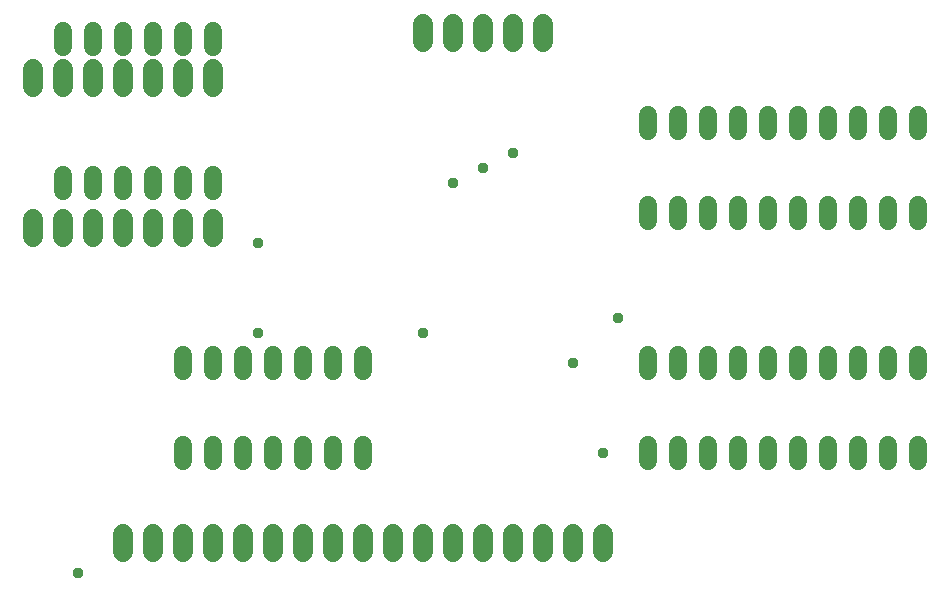
<source format=gbr>
G04 EAGLE Gerber RS-274X export*
G75*
%MOMM*%
%FSLAX34Y34*%
%LPD*%
%INSoldermask Top*%
%IPPOS*%
%AMOC8*
5,1,8,0,0,1.08239X$1,22.5*%
G01*
%ADD10C,1.524000*%
%ADD11C,1.727200*%
%ADD12C,0.959600*%


D10*
X101600Y348996D02*
X101600Y362204D01*
X127000Y362204D02*
X127000Y348996D01*
X152400Y348996D02*
X152400Y362204D01*
X177800Y362204D02*
X177800Y348996D01*
X203200Y348996D02*
X203200Y362204D01*
X228600Y362204D02*
X228600Y348996D01*
X101600Y470916D02*
X101600Y484124D01*
X127000Y484124D02*
X127000Y470916D01*
X152400Y470916D02*
X152400Y484124D01*
X177800Y484124D02*
X177800Y470916D01*
X203200Y470916D02*
X203200Y484124D01*
X228600Y484124D02*
X228600Y470916D01*
X825500Y413004D02*
X825500Y399796D01*
X800100Y399796D02*
X800100Y413004D01*
X673100Y413004D02*
X673100Y399796D01*
X647700Y399796D02*
X647700Y413004D01*
X774700Y413004D02*
X774700Y399796D01*
X749300Y399796D02*
X749300Y413004D01*
X698500Y413004D02*
X698500Y399796D01*
X723900Y399796D02*
X723900Y413004D01*
X622300Y413004D02*
X622300Y399796D01*
X596900Y399796D02*
X596900Y413004D01*
X596900Y336804D02*
X596900Y323596D01*
X622300Y323596D02*
X622300Y336804D01*
X647700Y336804D02*
X647700Y323596D01*
X673100Y323596D02*
X673100Y336804D01*
X698500Y336804D02*
X698500Y323596D01*
X723900Y323596D02*
X723900Y336804D01*
X749300Y336804D02*
X749300Y323596D01*
X774700Y323596D02*
X774700Y336804D01*
X800100Y336804D02*
X800100Y323596D01*
X825500Y323596D02*
X825500Y336804D01*
X355600Y209804D02*
X355600Y196596D01*
X330200Y196596D02*
X330200Y209804D01*
X203200Y209804D02*
X203200Y196596D01*
X203200Y133604D02*
X203200Y120396D01*
X304800Y196596D02*
X304800Y209804D01*
X279400Y209804D02*
X279400Y196596D01*
X228600Y196596D02*
X228600Y209804D01*
X254000Y209804D02*
X254000Y196596D01*
X228600Y133604D02*
X228600Y120396D01*
X254000Y120396D02*
X254000Y133604D01*
X279400Y133604D02*
X279400Y120396D01*
X304800Y120396D02*
X304800Y133604D01*
X330200Y133604D02*
X330200Y120396D01*
X355600Y120396D02*
X355600Y133604D01*
X825500Y196596D02*
X825500Y209804D01*
X800100Y209804D02*
X800100Y196596D01*
X673100Y196596D02*
X673100Y209804D01*
X647700Y209804D02*
X647700Y196596D01*
X774700Y196596D02*
X774700Y209804D01*
X749300Y209804D02*
X749300Y196596D01*
X698500Y196596D02*
X698500Y209804D01*
X723900Y209804D02*
X723900Y196596D01*
X622300Y196596D02*
X622300Y209804D01*
X596900Y209804D02*
X596900Y196596D01*
X596900Y133604D02*
X596900Y120396D01*
X622300Y120396D02*
X622300Y133604D01*
X647700Y133604D02*
X647700Y120396D01*
X673100Y120396D02*
X673100Y133604D01*
X698500Y133604D02*
X698500Y120396D01*
X723900Y120396D02*
X723900Y133604D01*
X749300Y133604D02*
X749300Y120396D01*
X774700Y120396D02*
X774700Y133604D01*
X800100Y133604D02*
X800100Y120396D01*
X825500Y120396D02*
X825500Y133604D01*
D11*
X152400Y58420D02*
X152400Y43180D01*
X177800Y43180D02*
X177800Y58420D01*
X203200Y58420D02*
X203200Y43180D01*
X228600Y43180D02*
X228600Y58420D01*
X254000Y58420D02*
X254000Y43180D01*
X279400Y43180D02*
X279400Y58420D01*
X304800Y58420D02*
X304800Y43180D01*
X330200Y43180D02*
X330200Y58420D01*
X355600Y58420D02*
X355600Y43180D01*
X381000Y43180D02*
X381000Y58420D01*
X406400Y58420D02*
X406400Y43180D01*
X431800Y43180D02*
X431800Y58420D01*
X457200Y58420D02*
X457200Y43180D01*
X482600Y43180D02*
X482600Y58420D01*
X508000Y58420D02*
X508000Y43180D01*
X533400Y43180D02*
X533400Y58420D01*
X558800Y58420D02*
X558800Y43180D01*
X406400Y474980D02*
X406400Y490220D01*
X431800Y490220D02*
X431800Y474980D01*
X457200Y474980D02*
X457200Y490220D01*
X482600Y490220D02*
X482600Y474980D01*
X508000Y474980D02*
X508000Y490220D01*
X76200Y452120D02*
X76200Y436880D01*
X101600Y436880D02*
X101600Y452120D01*
X127000Y452120D02*
X127000Y436880D01*
X152400Y436880D02*
X152400Y452120D01*
X177800Y452120D02*
X177800Y436880D01*
X203200Y436880D02*
X203200Y452120D01*
X228600Y452120D02*
X228600Y436880D01*
X76200Y325120D02*
X76200Y309880D01*
X101600Y309880D02*
X101600Y325120D01*
X127000Y325120D02*
X127000Y309880D01*
X152400Y309880D02*
X152400Y325120D01*
X177800Y325120D02*
X177800Y309880D01*
X203200Y309880D02*
X203200Y325120D01*
X228600Y325120D02*
X228600Y309880D01*
D12*
X266700Y228600D03*
X266700Y304800D03*
X406400Y228600D03*
X431800Y355600D03*
X457200Y368300D03*
X482600Y381000D03*
X571500Y241300D03*
X114300Y25400D03*
X533400Y203200D03*
X558800Y127000D03*
M02*

</source>
